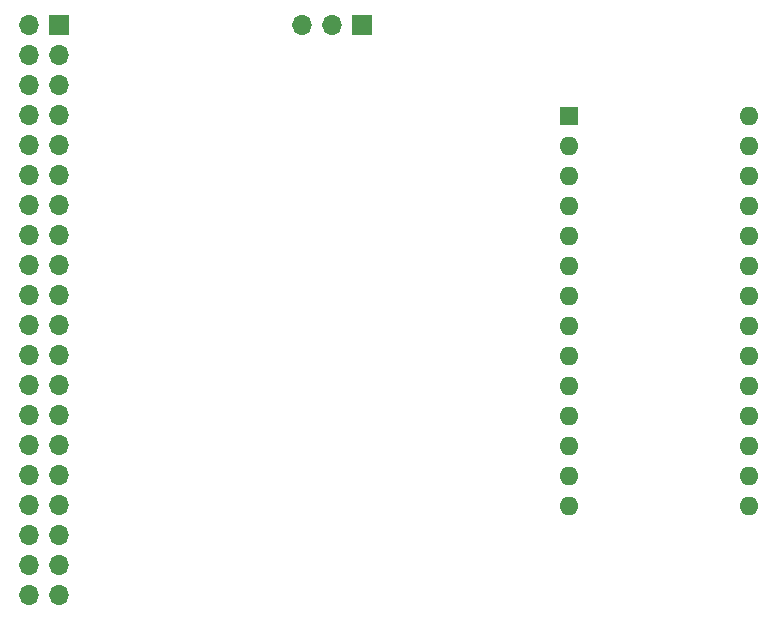
<source format=gbr>
G04 #@! TF.GenerationSoftware,KiCad,Pcbnew,6.0.8+dfsg-1~bpo11+1+rpt1*
G04 #@! TF.CreationDate,2023-08-08T17:17:45-04:00*
G04 #@! TF.ProjectId,pi-eeprom-programmer,70692d65-6570-4726-9f6d-2d70726f6772,0.9.0*
G04 #@! TF.SameCoordinates,Original*
G04 #@! TF.FileFunction,Copper,L1,Top*
G04 #@! TF.FilePolarity,Positive*
%FSLAX46Y46*%
G04 Gerber Fmt 4.6, Leading zero omitted, Abs format (unit mm)*
G04 Created by KiCad (PCBNEW 6.0.8+dfsg-1~bpo11+1+rpt1) date 2023-08-08 17:17:45*
%MOMM*%
%LPD*%
G01*
G04 APERTURE LIST*
G04 #@! TA.AperFunction,ComponentPad*
%ADD10R,1.700000X1.700000*%
G04 #@! TD*
G04 #@! TA.AperFunction,ComponentPad*
%ADD11O,1.700000X1.700000*%
G04 #@! TD*
G04 #@! TA.AperFunction,ComponentPad*
%ADD12R,1.600000X1.600000*%
G04 #@! TD*
G04 #@! TA.AperFunction,ComponentPad*
%ADD13O,1.600000X1.600000*%
G04 #@! TD*
G04 APERTURE END LIST*
D10*
X136595201Y-44921500D03*
D11*
X134055201Y-44921500D03*
X136595201Y-47461500D03*
X134055201Y-47461500D03*
X136595201Y-50001500D03*
X134055201Y-50001500D03*
X136595201Y-52541500D03*
X134055201Y-52541500D03*
X136595201Y-55081500D03*
X134055201Y-55081500D03*
X136595201Y-57621500D03*
X134055201Y-57621500D03*
X136595201Y-60161500D03*
X134055201Y-60161500D03*
X136595201Y-62701500D03*
X134055201Y-62701500D03*
X136595201Y-65241500D03*
X134055201Y-65241500D03*
X136595201Y-67781500D03*
X134055201Y-67781500D03*
X136595201Y-70321500D03*
X134055201Y-70321500D03*
X136595201Y-72861500D03*
X134055201Y-72861500D03*
X136595201Y-75401500D03*
X134055201Y-75401500D03*
X136595201Y-77941500D03*
X134055201Y-77941500D03*
X136595201Y-80481500D03*
X134055201Y-80481500D03*
X136595201Y-83021500D03*
X134055201Y-83021500D03*
X136595201Y-85561500D03*
X134055201Y-85561500D03*
X136595201Y-88101500D03*
X134055201Y-88101500D03*
X136595201Y-90641500D03*
X134055201Y-90641500D03*
X136595201Y-93181500D03*
X134055201Y-93181500D03*
D12*
X179806600Y-52571500D03*
D13*
X179806600Y-55111500D03*
X179806600Y-57651500D03*
X179806600Y-60191500D03*
X179806600Y-62731500D03*
X179806600Y-65271500D03*
X179806600Y-67811500D03*
X179806600Y-70351500D03*
X179806600Y-72891500D03*
X179806600Y-75431500D03*
X179806600Y-77971500D03*
X179806600Y-80511500D03*
X179806600Y-83051500D03*
X179806600Y-85591500D03*
X195046600Y-85591500D03*
X195046600Y-83051500D03*
X195046600Y-80511500D03*
X195046600Y-77971500D03*
X195046600Y-75431500D03*
X195046600Y-72891500D03*
X195046600Y-70351500D03*
X195046600Y-67811500D03*
X195046600Y-65271500D03*
X195046600Y-62731500D03*
X195046600Y-60191500D03*
X195046600Y-57651500D03*
X195046600Y-55111500D03*
X195046600Y-52571500D03*
D10*
X162255200Y-44907200D03*
D11*
X159715200Y-44907200D03*
X157175200Y-44907200D03*
M02*

</source>
